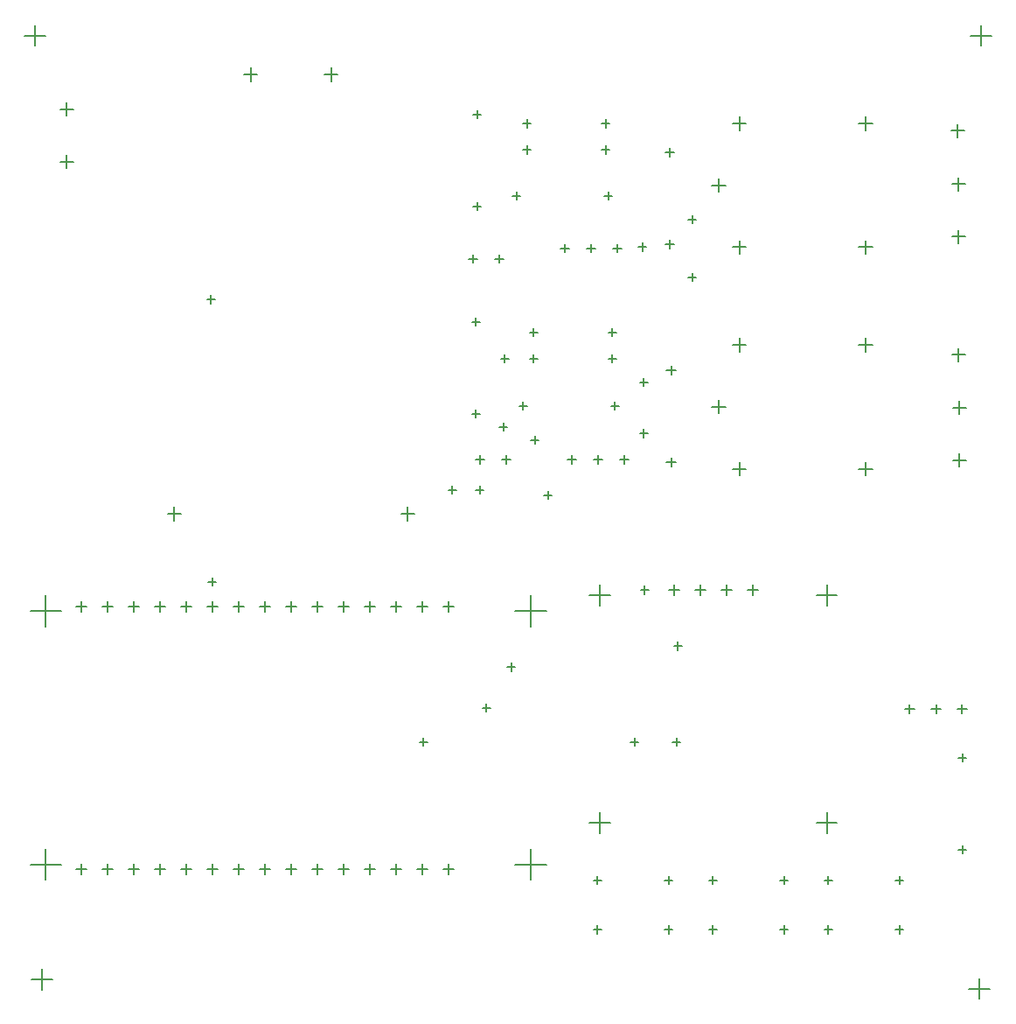
<source format=gbr>
%TF.GenerationSoftware,Altium Limited,Altium Designer,23.10.1 (27)*%
G04 Layer_Color=128*
%FSLAX26Y26*%
%MOIN*%
%TF.SameCoordinates,68AA919C-6303-421A-99F6-747A19599157*%
%TF.FilePolarity,Positive*%
%TF.FileFunction,Drillmap*%
%TF.Part,Single*%
G01*
G75*
%TA.AperFunction,NonConductor*%
%ADD45C,0.005000*%
D45*
X2273500Y355000D02*
X2304500D01*
X2289000Y339500D02*
Y370500D01*
X2544500Y543000D02*
X2575500D01*
X2560000Y527500D02*
Y558500D01*
X2544500Y355000D02*
X2575500D01*
X2560000Y339500D02*
Y370500D01*
X2273500Y543000D02*
X2304500D01*
X2289000Y527500D02*
Y558500D01*
X3153500Y355000D02*
X3184500D01*
X3169000Y339500D02*
Y370500D01*
X3424500Y543000D02*
X3455500D01*
X3440000Y527500D02*
Y558500D01*
X3424500Y355000D02*
X3455500D01*
X3440000Y339500D02*
Y370500D01*
X3153500Y543000D02*
X3184500D01*
X3169000Y527500D02*
Y558500D01*
X2713500Y543000D02*
X2744500D01*
X2729000Y527500D02*
Y558500D01*
X2984500Y355000D02*
X3015500D01*
X3000000Y339500D02*
Y370500D01*
X2984500Y543000D02*
X3015500D01*
X3000000Y527500D02*
Y558500D01*
X2713500Y355000D02*
X2744500D01*
X2729000Y339500D02*
Y370500D01*
X1700747Y1585000D02*
X1740905D01*
X1720826Y1564921D02*
Y1605079D01*
X1600747Y1585000D02*
X1640905D01*
X1620826Y1564921D02*
Y1605079D01*
X1500747Y1585000D02*
X1540905D01*
X1520826Y1564921D02*
Y1605079D01*
X1400747Y1585000D02*
X1440905D01*
X1420826Y1564921D02*
Y1605079D01*
X1300747Y1585000D02*
X1340905D01*
X1320826Y1564921D02*
Y1605079D01*
X1200747Y1585000D02*
X1240905D01*
X1220826Y1564921D02*
Y1605079D01*
X1100747Y1585000D02*
X1140905D01*
X1120826Y1564921D02*
Y1605079D01*
X1000747Y1585000D02*
X1040905D01*
X1020826Y1564921D02*
Y1605079D01*
X900747Y1585000D02*
X940905D01*
X920826Y1564921D02*
Y1605079D01*
X800747Y1585000D02*
X840905D01*
X820826Y1564921D02*
Y1605079D01*
X700747Y1585000D02*
X740905D01*
X720826Y1564921D02*
Y1605079D01*
X600747Y1585000D02*
X640905D01*
X620826Y1564921D02*
Y1605079D01*
X500747Y1585000D02*
X540905D01*
X520826Y1564921D02*
Y1605079D01*
X400747Y1585000D02*
X440905D01*
X420826Y1564921D02*
Y1605079D01*
X300747Y1585000D02*
X340905D01*
X320826Y1564921D02*
Y1605079D01*
X1700747Y585000D02*
X1740905D01*
X1720826Y564921D02*
Y605079D01*
X1600747Y585000D02*
X1640905D01*
X1620826Y564921D02*
Y605079D01*
X1500747Y585000D02*
X1540905D01*
X1520826Y564921D02*
Y605079D01*
X1400747Y585000D02*
X1440905D01*
X1420826Y564921D02*
Y605079D01*
X1300747Y585000D02*
X1340905D01*
X1320826Y564921D02*
Y605079D01*
X1200747Y585000D02*
X1240905D01*
X1220826Y564921D02*
Y605079D01*
X1100747Y585000D02*
X1140905D01*
X1120826Y564921D02*
Y605079D01*
X1000747Y585000D02*
X1040905D01*
X1020826Y564921D02*
Y605079D01*
X900747Y585000D02*
X940905D01*
X920826Y564921D02*
Y605079D01*
X800747Y585000D02*
X840905D01*
X820826Y564921D02*
Y605079D01*
X700747Y585000D02*
X740905D01*
X720826Y564921D02*
Y605079D01*
X600747Y585000D02*
X640905D01*
X620826Y564921D02*
Y605079D01*
X500747Y585000D02*
X540905D01*
X520826Y564921D02*
Y605079D01*
X400747Y585000D02*
X440905D01*
X420826Y564921D02*
Y605079D01*
X300747Y585000D02*
X340905D01*
X320826Y564921D02*
Y605079D01*
X126733Y1568464D02*
X244843D01*
X185788Y1509409D02*
Y1627519D01*
X126733Y603504D02*
X244843D01*
X185788Y544449D02*
Y662559D01*
X1975157Y603504D02*
X2093267D01*
X2034212Y544449D02*
Y662559D01*
X1975157Y1568464D02*
X2093267D01*
X2034212Y1509409D02*
Y1627519D01*
X799500Y2755000D02*
X830500D01*
X815000Y2739500D02*
Y2770500D01*
X804500Y1680000D02*
X835500D01*
X820000Y1664500D02*
Y1695500D01*
X2414500Y1070000D02*
X2445500D01*
X2430000Y1054500D02*
Y1085500D01*
X1609500Y1070000D02*
X1640500D01*
X1625000Y1054500D02*
Y1085500D01*
X1944500Y1355000D02*
X1975500D01*
X1960000Y1339500D02*
Y1370500D01*
X1824500Y2030000D02*
X1855500D01*
X1840000Y2014500D02*
Y2045500D01*
X1719500Y2030000D02*
X1750500D01*
X1735000Y2014500D02*
Y2045500D01*
X1849500Y1200000D02*
X1880500D01*
X1865000Y1184500D02*
Y1215500D01*
X1824000Y2145000D02*
X1856000D01*
X1840000Y2129000D02*
Y2161000D01*
X1924000Y2145000D02*
X1956000D01*
X1940000Y2129000D02*
Y2161000D01*
X1914500Y2270000D02*
X1945500D01*
X1930000Y2254500D02*
Y2285500D01*
X1919500Y2530000D02*
X1950500D01*
X1935000Y2514500D02*
Y2545500D01*
X2560315Y1647756D02*
X2599685D01*
X2580000Y1628071D02*
Y1667441D01*
X2660315Y1647756D02*
X2699685D01*
X2680000Y1628071D02*
Y1667441D01*
X2760315Y1647756D02*
X2799685D01*
X2780000Y1628071D02*
Y1667441D01*
X2860315Y1647756D02*
X2899685D01*
X2880000Y1628071D02*
Y1667441D01*
X2257560Y1628070D02*
X2336300D01*
X2296930Y1588700D02*
Y1667440D01*
X3123700Y1628070D02*
X3202440D01*
X3163070Y1588700D02*
Y1667440D01*
X3123700Y761930D02*
X3202440D01*
X3163070Y722560D02*
Y801300D01*
X2257560Y761930D02*
X2336300D01*
X2296930Y722560D02*
Y801300D01*
X2084500Y2010000D02*
X2115500D01*
X2100000Y1994500D02*
Y2025500D01*
X2034500Y2220000D02*
X2065500D01*
X2050000Y2204500D02*
Y2235500D01*
X2547500Y2965000D02*
X2582500D01*
X2565000Y2947500D02*
Y2982500D01*
X2547500Y3315000D02*
X2582500D01*
X2565000Y3297500D02*
Y3332500D01*
X2634500Y3060000D02*
X2665500D01*
X2650000Y3044500D02*
Y3075500D01*
X2634500Y2840000D02*
X2665500D01*
X2650000Y2824500D02*
Y2855500D01*
X2449500Y2245000D02*
X2480500D01*
X2465000Y2229500D02*
Y2260500D01*
X2444500Y2955000D02*
X2475500D01*
X2460000Y2939500D02*
Y2970500D01*
X2449500Y2440000D02*
X2480500D01*
X2465000Y2424500D02*
Y2455500D01*
X2453378Y1648878D02*
X2484378D01*
X2468878Y1633378D02*
Y1664378D01*
X2579500Y1435000D02*
X2610500D01*
X2595000Y1419500D02*
Y1450500D01*
X2574500Y1070000D02*
X2605500D01*
X2590000Y1054500D02*
Y1085500D01*
X3284174Y2582440D02*
X3336142D01*
X3310158Y2556456D02*
Y2608424D01*
X3284174Y2110000D02*
X3336142D01*
X3310158Y2084016D02*
Y2135984D01*
X2803858Y2110000D02*
X2855826D01*
X2829842Y2084016D02*
Y2135984D01*
X2725708Y2346220D02*
X2776496D01*
X2751102Y2320826D02*
Y2371614D01*
X2803858Y2582440D02*
X2855826D01*
X2829842Y2556456D02*
Y2608424D01*
X3461000Y1195000D02*
X3497000D01*
X3479000Y1177000D02*
Y1213000D01*
X3562000Y1195000D02*
X3598000D01*
X3580000Y1177000D02*
Y1213000D01*
X3660000Y1195000D02*
X3696000D01*
X3678000Y1177000D02*
Y1213000D01*
X2803858Y3426220D02*
X2855826D01*
X2829842Y3400236D02*
Y3452204D01*
X2725708Y3190000D02*
X2776496D01*
X2751102Y3164606D02*
Y3215394D01*
X2803858Y2953780D02*
X2855826D01*
X2829842Y2927796D02*
Y2979764D01*
X3284174Y2953780D02*
X3336142D01*
X3310158Y2927796D02*
Y2979764D01*
X3284174Y3426220D02*
X3336142D01*
X3310158Y3400236D02*
Y3452204D01*
X2552500Y2135000D02*
X2587500D01*
X2570000Y2117500D02*
Y2152500D01*
X2552500Y2485000D02*
X2587500D01*
X2570000Y2467500D02*
Y2502500D01*
X2174000Y2145000D02*
X2206000D01*
X2190000Y2129000D02*
Y2161000D01*
X2274000Y2145000D02*
X2306000D01*
X2290000Y2129000D02*
Y2161000D01*
X2374000Y2145000D02*
X2406000D01*
X2390000Y2129000D02*
Y2161000D01*
X2149000Y2950000D02*
X2181000D01*
X2165000Y2934000D02*
Y2966000D01*
X2249000Y2950000D02*
X2281000D01*
X2265000Y2934000D02*
Y2966000D01*
X2349000Y2950000D02*
X2381000D01*
X2365000Y2934000D02*
Y2966000D01*
X2304500Y3425000D02*
X2335500D01*
X2320000Y3409500D02*
Y3440500D01*
X2304500Y3325000D02*
X2335500D01*
X2320000Y3309500D02*
Y3340500D01*
X2004500Y3325000D02*
X2035500D01*
X2020000Y3309500D02*
Y3340500D01*
X2004500Y3425000D02*
X2035500D01*
X2020000Y3409500D02*
Y3440500D01*
X2029500Y2630000D02*
X2060500D01*
X2045000Y2614500D02*
Y2645500D01*
X2029500Y2530000D02*
X2060500D01*
X2045000Y2514500D02*
Y2545500D01*
X2329500Y2530000D02*
X2360500D01*
X2345000Y2514500D02*
Y2545500D01*
X2329500Y2630000D02*
X2360500D01*
X2345000Y2614500D02*
Y2645500D01*
X1989500Y2350000D02*
X2020500D01*
X2005000Y2334500D02*
Y2365500D01*
X2339500Y2350000D02*
X2370500D01*
X2355000Y2334500D02*
Y2365500D01*
X1964500Y3150000D02*
X1995500D01*
X1980000Y3134500D02*
Y3165500D01*
X2314500Y3150000D02*
X2345500D01*
X2330000Y3134500D02*
Y3165500D01*
X1814500Y3460000D02*
X1845500D01*
X1830000Y3444500D02*
Y3475500D01*
X1814500Y3110000D02*
X1845500D01*
X1830000Y3094500D02*
Y3125500D01*
X240000Y3280000D02*
X290000D01*
X265000Y3255000D02*
Y3305000D01*
X240000Y3480000D02*
X290000D01*
X265000Y3455000D02*
Y3505000D01*
X649528Y1938386D02*
X700708D01*
X675118Y1912795D02*
Y1963976D01*
X1539292Y1938386D02*
X1590473D01*
X1564882Y1912795D02*
Y1963976D01*
X940865Y3611614D02*
X992047D01*
X966456Y3586023D02*
Y3637204D01*
X1247954Y3611614D02*
X1299134D01*
X1273544Y3586023D02*
Y3637204D01*
X130630Y165000D02*
X209370D01*
X170000Y125630D02*
Y204370D01*
X105630Y3760000D02*
X184370D01*
X145000Y3720630D02*
Y3799370D01*
X3710630Y3760000D02*
X3789370D01*
X3750000Y3720630D02*
Y3799370D01*
X3705630Y130000D02*
X3784370D01*
X3745000Y90630D02*
Y169370D01*
X1809500Y2320000D02*
X1840500D01*
X1825000Y2304500D02*
Y2335500D01*
X1809500Y2670000D02*
X1840500D01*
X1825000Y2654500D02*
Y2685500D01*
X3640000Y2545000D02*
X3690000D01*
X3665000Y2520000D02*
Y2570000D01*
X3642620Y2142380D02*
X3692620D01*
X3667620Y2117380D02*
Y2167380D01*
X3642620Y2342380D02*
X3692620D01*
X3667620Y2317380D02*
Y2367380D01*
X3637380Y3397620D02*
X3687380D01*
X3662380Y3372620D02*
Y3422620D01*
X3640000Y2995000D02*
X3690000D01*
X3665000Y2970000D02*
Y3020000D01*
X3640000Y3195000D02*
X3690000D01*
X3665000Y3170000D02*
Y3220000D01*
X1899000Y2910000D02*
X1931000D01*
X1915000Y2894000D02*
Y2926000D01*
X1799000Y2910000D02*
X1831000D01*
X1815000Y2894000D02*
Y2926000D01*
X3665000Y660000D02*
X3695000D01*
X3680000Y645000D02*
Y675000D01*
X3666000Y660000D02*
X3694000D01*
X3680000Y646000D02*
Y674000D01*
X3666000Y660000D02*
X3694000D01*
X3680000Y646000D02*
Y674000D01*
X3665000Y1010000D02*
X3695000D01*
X3680000Y995000D02*
Y1025000D01*
%TF.MD5,db75707c763b76f3826fa1bda49a83a2*%
M02*

</source>
